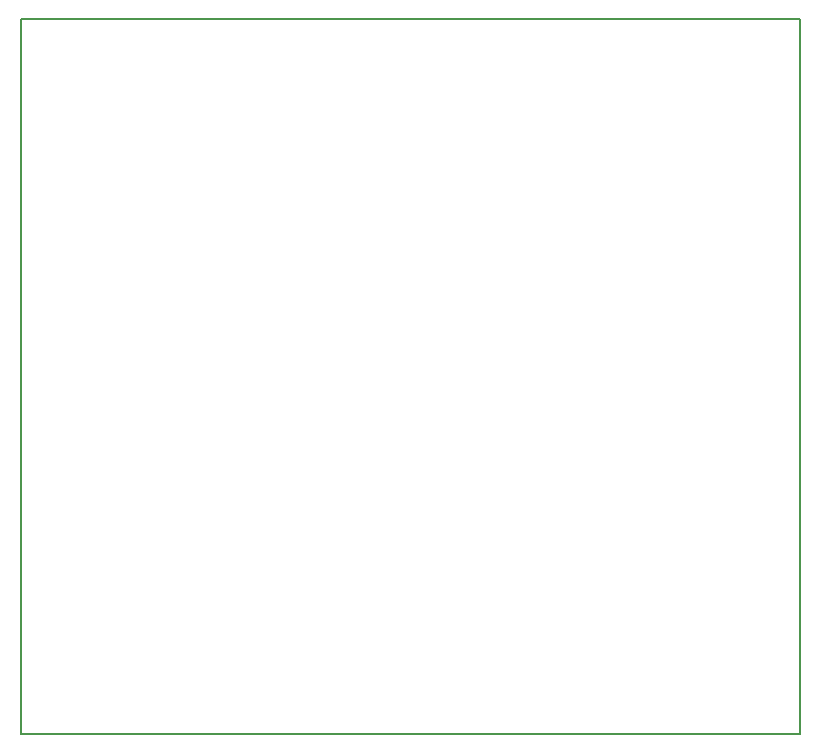
<source format=gbr>
%TF.GenerationSoftware,KiCad,Pcbnew,8.0.5*%
%TF.CreationDate,2024-11-19T11:11:42-05:00*%
%TF.ProjectId,Power_Daughterboard,506f7765-725f-4446-9175-676874657262,rev?*%
%TF.SameCoordinates,Original*%
%TF.FileFunction,Profile,NP*%
%FSLAX46Y46*%
G04 Gerber Fmt 4.6, Leading zero omitted, Abs format (unit mm)*
G04 Created by KiCad (PCBNEW 8.0.5) date 2024-11-19 11:11:42*
%MOMM*%
%LPD*%
G01*
G04 APERTURE LIST*
%TA.AperFunction,Profile*%
%ADD10C,0.200000*%
%TD*%
G04 APERTURE END LIST*
D10*
X103500000Y-69500000D02*
X169500000Y-69500000D01*
X169500000Y-130000000D01*
X103500000Y-130000000D01*
X103500000Y-69500000D01*
M02*

</source>
